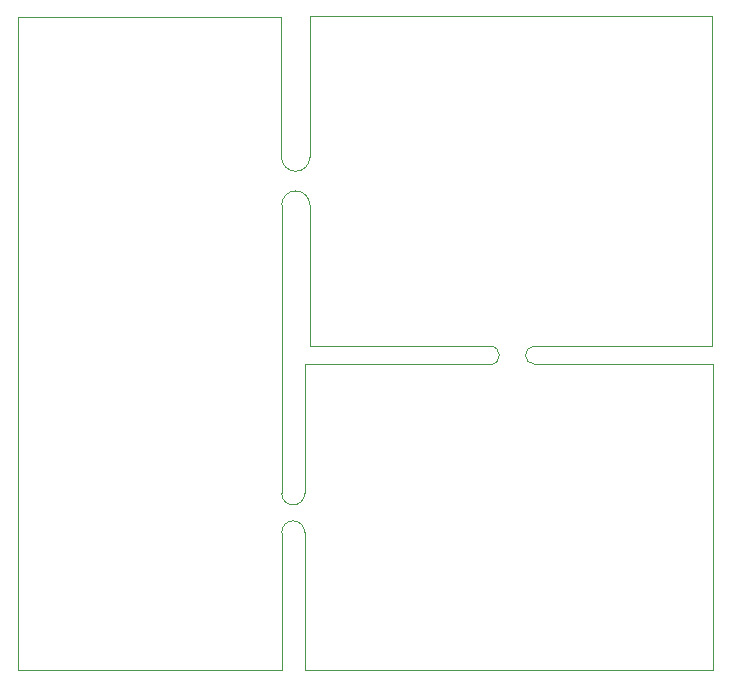
<source format=gm1>
%TF.GenerationSoftware,KiCad,Pcbnew,(5.1.9)-1*%
%TF.CreationDate,2021-07-20T01:30:18-07:00*%
%TF.ProjectId,retrocution-usb-hub,72657472-6f63-4757-9469-6f6e2d757362,rev?*%
%TF.SameCoordinates,Original*%
%TF.FileFunction,Profile,NP*%
%FSLAX46Y46*%
G04 Gerber Fmt 4.6, Leading zero omitted, Abs format (unit mm)*
G04 Created by KiCad (PCBNEW (5.1.9)-1) date 2021-07-20 01:30:18*
%MOMM*%
%LPD*%
G01*
G04 APERTURE LIST*
%TA.AperFunction,Profile*%
%ADD10C,0.050000*%
%TD*%
G04 APERTURE END LIST*
D10*
X171861481Y-105643748D02*
G75*
G02*
X171871640Y-104129840I-1J756988D01*
G01*
X168127714Y-104139950D02*
G75*
G02*
X168142920Y-105674160I5046J-767130D01*
G01*
X150469519Y-92182787D02*
G75*
G02*
X152857200Y-92191840I1193881J6187D01*
G01*
X152420610Y-116586002D02*
G75*
G02*
X150469600Y-116586000I-975505J4395D01*
G01*
X152857200Y-104134920D02*
X152857200Y-92191840D01*
X168127714Y-104139949D02*
X152857200Y-104134920D01*
X152420320Y-105674160D02*
X168142920Y-105674160D01*
X152420320Y-116586000D02*
X152420320Y-105674160D01*
X150469600Y-92186760D02*
X150469600Y-116586000D01*
X150469990Y-119917399D02*
G75*
G02*
X152420320Y-119898160I974970J29399D01*
G01*
X152862439Y-88107540D02*
G75*
G02*
X150454361Y-88092281I-1204119J-5060D01*
G01*
X152867360Y-76200000D02*
X152867360Y-88107520D01*
X186913520Y-76200000D02*
X152867360Y-76200000D01*
X186913520Y-104129840D02*
X186913520Y-76200000D01*
X171871640Y-104129840D02*
X186913520Y-104129840D01*
X186959240Y-105643680D02*
X171861480Y-105643680D01*
X186959240Y-131572000D02*
X186959240Y-105643680D01*
X152420320Y-131572000D02*
X186959240Y-131572000D01*
X152420320Y-119898160D02*
X152420320Y-131572000D01*
X150469600Y-131561840D02*
X150469600Y-119913400D01*
X128122680Y-131561840D02*
X150469600Y-131561840D01*
X128122680Y-76230480D02*
X128122680Y-131561840D01*
X131587240Y-76230480D02*
X128122680Y-76230480D01*
X150454360Y-76230480D02*
X150454360Y-88092280D01*
X146979640Y-76230480D02*
X150454360Y-76230480D01*
X131587240Y-76230480D02*
X146979640Y-76230480D01*
M02*

</source>
